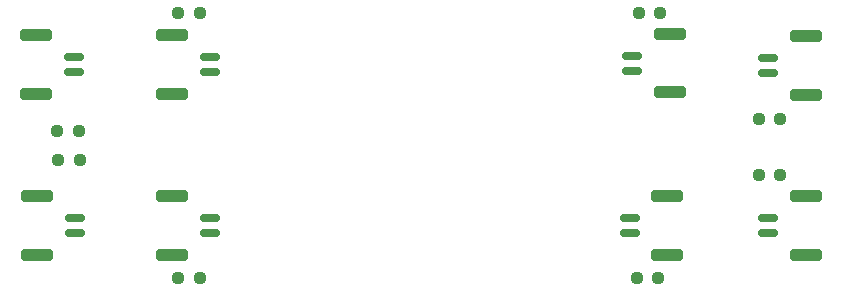
<source format=gbr>
%TF.GenerationSoftware,KiCad,Pcbnew,8.0.8*%
%TF.CreationDate,2025-02-10T22:14:39-08:00*%
%TF.ProjectId,CMOD_A7_Lower,434d4f44-5f41-4375-9f4c-6f7765722e6b,rev?*%
%TF.SameCoordinates,Original*%
%TF.FileFunction,Paste,Bot*%
%TF.FilePolarity,Positive*%
%FSLAX46Y46*%
G04 Gerber Fmt 4.6, Leading zero omitted, Abs format (unit mm)*
G04 Created by KiCad (PCBNEW 8.0.8) date 2025-02-10 22:14:39*
%MOMM*%
%LPD*%
G01*
G04 APERTURE LIST*
G04 Aperture macros list*
%AMRoundRect*
0 Rectangle with rounded corners*
0 $1 Rounding radius*
0 $2 $3 $4 $5 $6 $7 $8 $9 X,Y pos of 4 corners*
0 Add a 4 corners polygon primitive as box body*
4,1,4,$2,$3,$4,$5,$6,$7,$8,$9,$2,$3,0*
0 Add four circle primitives for the rounded corners*
1,1,$1+$1,$2,$3*
1,1,$1+$1,$4,$5*
1,1,$1+$1,$6,$7*
1,1,$1+$1,$8,$9*
0 Add four rect primitives between the rounded corners*
20,1,$1+$1,$2,$3,$4,$5,0*
20,1,$1+$1,$4,$5,$6,$7,0*
20,1,$1+$1,$6,$7,$8,$9,0*
20,1,$1+$1,$8,$9,$2,$3,0*%
G04 Aperture macros list end*
%ADD10RoundRect,0.150000X0.700000X-0.150000X0.700000X0.150000X-0.700000X0.150000X-0.700000X-0.150000X0*%
%ADD11RoundRect,0.250000X1.100000X-0.250000X1.100000X0.250000X-1.100000X0.250000X-1.100000X-0.250000X0*%
%ADD12RoundRect,0.150000X-0.700000X0.150000X-0.700000X-0.150000X0.700000X-0.150000X0.700000X0.150000X0*%
%ADD13RoundRect,0.250000X-1.100000X0.250000X-1.100000X-0.250000X1.100000X-0.250000X1.100000X0.250000X0*%
%ADD14RoundRect,0.237500X0.250000X0.237500X-0.250000X0.237500X-0.250000X-0.237500X0.250000X-0.237500X0*%
%ADD15RoundRect,0.237500X-0.250000X-0.237500X0.250000X-0.237500X0.250000X0.237500X-0.250000X0.237500X0*%
G04 APERTURE END LIST*
D10*
%TO.C,J9*%
X56750000Y-81750000D03*
X56750000Y-80500000D03*
D11*
X53550000Y-83600000D03*
X53550000Y-78650000D03*
%TD*%
D10*
%TO.C,J11*%
X68250000Y-81750000D03*
X68250000Y-80500000D03*
D11*
X65050000Y-83600000D03*
X65050000Y-78650000D03*
%TD*%
D12*
%TO.C,J13*%
X104000000Y-80400000D03*
X104000000Y-81650000D03*
D13*
X107200000Y-78550000D03*
X107200000Y-83500000D03*
%TD*%
D14*
%TO.C,R3*%
X67412500Y-76750000D03*
X65587500Y-76750000D03*
%TD*%
D10*
%TO.C,J10*%
X56850000Y-95375000D03*
X56850000Y-94125000D03*
D11*
X53650000Y-97225000D03*
X53650000Y-92275000D03*
%TD*%
D15*
%TO.C,R6*%
X104425000Y-99250000D03*
X106250000Y-99250000D03*
%TD*%
D14*
%TO.C,R2*%
X57250000Y-89250000D03*
X55425000Y-89250000D03*
%TD*%
D12*
%TO.C,J14*%
X103800000Y-94150000D03*
X103800000Y-95400000D03*
D13*
X107000000Y-92300000D03*
X107000000Y-97250000D03*
%TD*%
D10*
%TO.C,J12*%
X68250000Y-95400000D03*
X68250000Y-94150000D03*
D11*
X65050000Y-97250000D03*
X65050000Y-92300000D03*
%TD*%
D15*
%TO.C,R8*%
X114750000Y-90500000D03*
X116575000Y-90500000D03*
%TD*%
D12*
%TO.C,J16*%
X115550000Y-94150000D03*
X115550000Y-95400000D03*
D13*
X118750000Y-92300000D03*
X118750000Y-97250000D03*
%TD*%
D14*
%TO.C,R1*%
X57162500Y-86750000D03*
X55337500Y-86750000D03*
%TD*%
D15*
%TO.C,R7*%
X114750000Y-85750000D03*
X116575000Y-85750000D03*
%TD*%
%TO.C,R5*%
X104587500Y-76750000D03*
X106412500Y-76750000D03*
%TD*%
D14*
%TO.C,R4*%
X67412500Y-99250000D03*
X65587500Y-99250000D03*
%TD*%
D12*
%TO.C,J15*%
X115550000Y-80600000D03*
X115550000Y-81850000D03*
D13*
X118750000Y-78750000D03*
X118750000Y-83700000D03*
%TD*%
M02*

</source>
